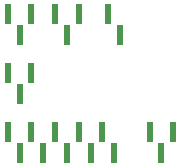
<source format=gbp>
%TF.GenerationSoftware,KiCad,Pcbnew,9.0.2-9.0.2-0~ubuntu24.04.1*%
%TF.CreationDate,2025-07-21T15:48:31-04:00*%
%TF.ProjectId,digital,64696769-7461-46c2-9e6b-696361645f70,rev?*%
%TF.SameCoordinates,Original*%
%TF.FileFunction,Paste,Bot*%
%TF.FilePolarity,Positive*%
%FSLAX46Y46*%
G04 Gerber Fmt 4.6, Leading zero omitted, Abs format (unit mm)*
G04 Created by KiCad (PCBNEW 9.0.2-9.0.2-0~ubuntu24.04.1) date 2025-07-21 15:48:31*
%MOMM*%
%LPD*%
G01*
G04 APERTURE LIST*
%ADD10R,0.600000X1.750000*%
G04 APERTURE END LIST*
D10*
%TO.C,J12*%
X118000000Y-104125000D03*
X119000000Y-105875000D03*
X120000000Y-104125000D03*
X121000000Y-105875000D03*
X122000000Y-104125000D03*
X123000000Y-105875000D03*
X124000000Y-104125000D03*
X125000000Y-105875000D03*
X126000000Y-104125000D03*
X127000000Y-105875000D03*
%TD*%
%TO.C,J15*%
X130000000Y-104125000D03*
X131000000Y-105875000D03*
X132000000Y-104125000D03*
%TD*%
%TO.C,J11*%
X122000000Y-94125000D03*
X123000000Y-95875000D03*
X124000000Y-94125000D03*
%TD*%
%TO.C,J14*%
X126500000Y-94125000D03*
X127500000Y-95875000D03*
%TD*%
%TO.C,J10*%
X118000000Y-94125000D03*
X119000000Y-95875000D03*
X120000000Y-94125000D03*
%TD*%
%TO.C,J13*%
X118000000Y-99125000D03*
X119000000Y-100875000D03*
X120000000Y-99125000D03*
%TD*%
M02*

</source>
